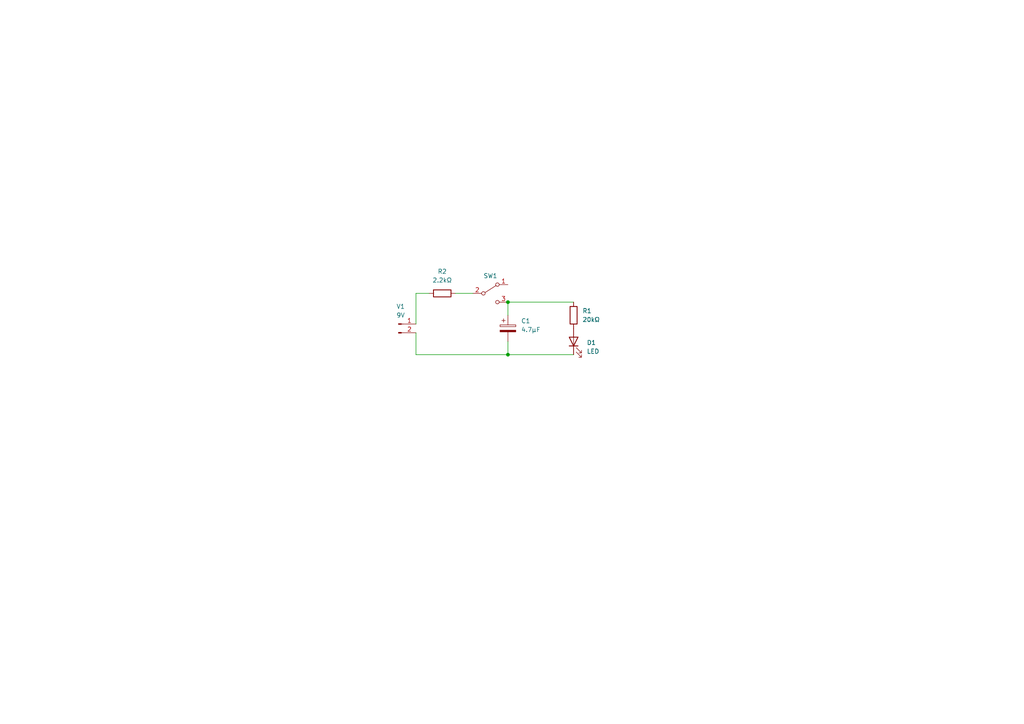
<source format=kicad_sch>
(kicad_sch (version 20211123) (generator eeschema)
  (paper "A4")
  (title_block (title "Lab 4 Exercise 1 - Sajid Khan") (date "2023-01-27") (rev "Ver. 1") (company "E E 201"))
  (lib_symbols
    (symbol "Connector:Conn_01x02_Male" (pin_names (offset 1.016) hide)
      (property "Reference" "J" (at 0 2.54 0))
      (property "Value" "Conn_01x02_Male" (at 0 -5.08 0))
      (symbol "Conn_01x02_Male_1_1"
        (polyline (pts (xy 1.27 -2.54) (xy 0.8636 -2.54)) (stroke (width 0.1524)))
        (polyline (pts (xy 1.27 0) (xy 0.8636 0)) (stroke (width 0.1524)))
        (rectangle (start 0.8636 -2.413) (end 0 -2.667) (stroke (width 0.1524)) (fill (type outline)))
        (rectangle (start 0.8636 0.127) (end 0 -0.127) (stroke (width 0.1524)) (fill (type outline)))
        (pin passive line (at 5.08 0 180) (length 3.81) (name "Pin_1") (number "1"))
        (pin passive line (at 5.08 -2.54 180) (length 3.81) (name "Pin_2") (number "2"))
      )
    )
    (symbol "Device:C_Polarized" (pin_numbers hide) (pin_names (offset 0.254))
      (property "Reference" "C" (at 0.635 2.54 0))
      (property "Value" "C_Polarized" (at 0.635 -2.54 0))
      (symbol "C_Polarized_0_1"
        (rectangle (start -2.286 0.508) (end 2.286 1.016))
        (polyline (pts (xy -1.778 2.286) (xy -0.762 2.286)))
        (polyline (pts (xy -1.27 2.794) (xy -1.27 1.778)))
        (rectangle (start 2.286 -0.508) (end -2.286 -1.016) (fill (type outline)))
      )
      (symbol "C_Polarized_1_1"
        (pin passive line (at 0 3.81 270) (length 2.794) (name "~") (number "1"))
        (pin passive line (at 0 -3.81 90) (length 2.794) (name "~") (number "2"))
      )
    )
    (symbol "Device:LED" (pin_numbers hide) (pin_names (offset 1.016) hide)
      (property "Reference" "D" (at 0 2.54 0))
      (property "Value" "LED" (at 0 -2.54 0))
      (symbol "LED_0_1"
        (polyline (pts (xy -1.27 -1.27) (xy -1.27 1.27)) (stroke (width 0.254)))
        (polyline (pts (xy -1.27 0) (xy 1.27 0)))
        (polyline (pts (xy 1.27 -1.27) (xy 1.27 1.27) (xy -1.27 0) (xy 1.27 -1.27)) (stroke (width 0.254)))
        (polyline (pts (xy -3.048 -0.762) (xy -4.572 -2.286) (xy -3.81 -2.286) (xy -4.572 -2.286) (xy -4.572 -1.524)))
        (polyline (pts (xy -1.778 -0.762) (xy -3.302 -2.286) (xy -2.54 -2.286) (xy -3.302 -2.286) (xy -3.302 -1.524)))
      )
      (symbol "LED_1_1"
        (pin passive line (at -3.81 0 0) (length 2.54) (name "K") (number "1"))
        (pin passive line (at 3.81 0 180) (length 2.54) (name "A") (number "2"))
      )
    )
    (symbol "Device:R" (pin_numbers hide) (pin_names (offset 0))
      (property "Reference" "R" (at 2.032 0 90))
      (property "Value" "R" (at 0 0 90))
      (symbol "R_0_1"
        (rectangle (start -1.016 -2.54) (end 1.016 2.54) (stroke (width 0.254)))
      )
      (symbol "R_1_1"
        (pin passive line (at 0 3.81 270) (length 1.27) (name "~") (number "1"))
        (pin passive line (at 0 -3.81 90) (length 1.27) (name "~") (number "2"))
      )
    )
    (symbol "Switch:SW_SPDT" (pin_names (offset 0) hide)
      (property "Reference" "SW" (at 0 4.318 0))
      (property "Value" "SW_SPDT" (at 0 -5.08 0))
      (symbol "SW_SPDT_0_0"
        (circle (center -2.032 0) (radius 0.508))
        (circle (center 2.032 -2.54) (radius 0.508))
      )
      (symbol "SW_SPDT_0_1"
        (polyline (pts (xy -1.524 0.254) (xy 1.651 2.286)))
        (circle (center 2.032 2.54) (radius 0.508))
      )
      (symbol "SW_SPDT_1_1"
        (pin passive line (at 5.08 2.54 180) (length 2.54) (name "A") (number "1"))
        (pin passive line (at -5.08 0 0) (length 2.54) (name "B") (number "2"))
        (pin passive line (at 5.08 -2.54 180) (length 2.54) (name "C") (number "3"))
      )
    )
  )
  (junction (at 147.32 102.87))
  (junction (at 147.32 87.63))
  (wire (pts (xy 166.37 102.87) (xy 147.32 102.87)))
  (wire (pts (xy 147.32 102.87) (xy 147.32 99.06)))
  (wire (pts (xy 147.32 91.44) (xy 147.32 87.63)))
  (wire (pts (xy 147.32 87.63) (xy 166.37 87.63)))
  (wire (pts (xy 124.46 85.09) (xy 120.65 85.09)))
  (wire (pts (xy 132.08 85.09) (xy 137.16 85.09)))
  (wire (pts (xy 120.65 96.52) (xy 120.65 102.87)))
  (wire (pts (xy 120.65 102.87) (xy 147.32 102.87)))
  (wire (pts (xy 120.65 85.09) (xy 120.65 93.98)))
  (symbol (lib_id "Connector:Conn_01x02_Male") (at 115.57 93.98 0) (unit 1)
    (property "Reference" "V1" (at 116.205 88.9 0))
    (property "Value" "9V" (at 116.205 91.44 0))
    (property "Footprint" "Connector_JST:JST_PH_B2B-PH-K_1x02_P2.00mm_Vertical" (effects hide))
  )
  (symbol (lib_id "Device:LED") (at 166.37 99.06 90) (unit 1)
    (property "Reference" "D1" (at 170.18 99.3774 90) (effects (justify right)))
    (property "Value" "LED" (at 170.18 101.9174 90) (effects (justify right)))
    (property "Footprint" "LED_THT:LED_D5.0mm" (effects hide))
  )
  (symbol (lib_id "Device:C_Polarized") (at 147.32 95.25 0) (unit 1)
    (property "Reference" "C1" (at 151.13 93.0909 0) (effects (justify left)))
    (property "Value" "4.7μF" (at 151.13 95.6309 0) (effects (justify left)))
    (property "Footprint" "Capacitor_THT:C_Radial_D5.0mm_H5.0mm_P2.00mm" (effects hide))
  )
  (symbol (lib_id "Switch:SW_SPDT") (at 142.24 85.09 0) (unit 1)
    (property "Reference" "SW1" (at 142.24 80.01 0))
    (property "Value" "SW_SPDT" (effects hide))
    (property "Footprint" "Button_Switch_THT:SW_E-Switch_EG1224_SPDT_Angled" (effects hide))
  )
  (symbol (lib_id "Device:R") (at 166.37 91.44 0) (unit 1)
    (property "Reference" "R1" (at 168.91 90.1699 0) (effects (justify left)))
    (property "Value" "20kΩ" (at 168.91 92.7099 0) (effects (justify left)))
    (property "Footprint" "Resistor_THT:R_Axial_DIN0516_L15.5mm_D5.0mm_P20.32mm_Horizontal" (effects hide))
  )
  (symbol (lib_id "Device:R") (at 128.27 85.09 270) (unit 1)
    (property "Reference" "R2" (at 128.27 78.74 90))
    (property "Value" "2.2kΩ" (at 128.27 81.28 90))
    (property "Footprint" "Resistor_THT:R_Axial_DIN0516_L15.5mm_D5.0mm_P20.32mm_Horizontal" (effects hide))
  )
)
</source>
